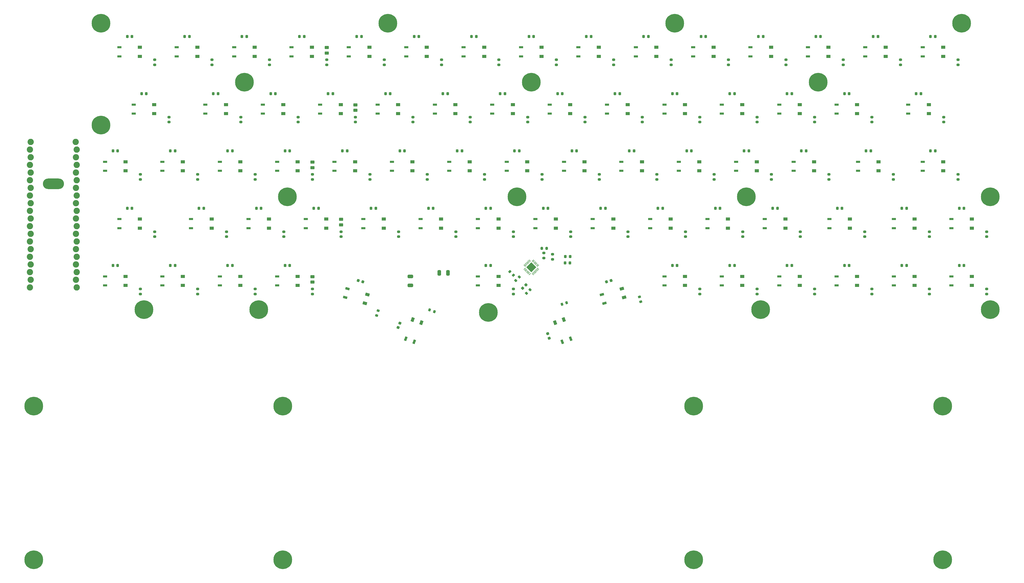
<source format=gts>
G04 #@! TF.GenerationSoftware,KiCad,Pcbnew,(6.0.7-1)-1*
G04 #@! TF.CreationDate,2022-08-16T19:59:20+02:00*
G04 #@! TF.ProjectId,optical-keyboard-mx,6f707469-6361-46c2-9d6b-6579626f6172,rev?*
G04 #@! TF.SameCoordinates,Original*
G04 #@! TF.FileFunction,Soldermask,Top*
G04 #@! TF.FilePolarity,Negative*
%FSLAX46Y46*%
G04 Gerber Fmt 4.6, Leading zero omitted, Abs format (unit mm)*
G04 Created by KiCad (PCBNEW (6.0.7-1)-1) date 2022-08-16 19:59:20*
%MOMM*%
%LPD*%
G01*
G04 APERTURE LIST*
G04 Aperture macros list*
%AMRoundRect*
0 Rectangle with rounded corners*
0 $1 Rounding radius*
0 $2 $3 $4 $5 $6 $7 $8 $9 X,Y pos of 4 corners*
0 Add a 4 corners polygon primitive as box body*
4,1,4,$2,$3,$4,$5,$6,$7,$8,$9,$2,$3,0*
0 Add four circle primitives for the rounded corners*
1,1,$1+$1,$2,$3*
1,1,$1+$1,$4,$5*
1,1,$1+$1,$6,$7*
1,1,$1+$1,$8,$9*
0 Add four rect primitives between the rounded corners*
20,1,$1+$1,$2,$3,$4,$5,0*
20,1,$1+$1,$4,$5,$6,$7,0*
20,1,$1+$1,$6,$7,$8,$9,0*
20,1,$1+$1,$8,$9,$2,$3,0*%
%AMRotRect*
0 Rectangle, with rotation*
0 The origin of the aperture is its center*
0 $1 length*
0 $2 width*
0 $3 Rotation angle, in degrees counterclockwise*
0 Add horizontal line*
21,1,$1,$2,0,0,$3*%
G04 Aperture macros list end*
%ADD10R,1.400000X1.000000*%
%ADD11R,1.400000X0.800000*%
%ADD12RoundRect,0.200000X-0.275000X0.200000X-0.275000X-0.200000X0.275000X-0.200000X0.275000X0.200000X0*%
%ADD13RotRect,0.800000X1.400000X286.000000*%
%ADD14RoundRect,0.200000X0.200000X0.275000X-0.200000X0.275000X-0.200000X-0.275000X0.200000X-0.275000X0*%
%ADD15RoundRect,0.218750X-0.218750X-0.256250X0.218750X-0.256250X0.218750X0.256250X-0.218750X0.256250X0*%
%ADD16C,6.200000*%
%ADD17RotRect,0.800000X1.400000X340.000000*%
%ADD18RoundRect,0.250000X0.450000X-0.262500X0.450000X0.262500X-0.450000X0.262500X-0.450000X-0.262500X0*%
%ADD19RoundRect,0.218750X-0.139644X-0.306619X0.280908X-0.186028X0.139644X0.306619X-0.280908X0.186028X0*%
%ADD20RoundRect,0.200000X0.275000X-0.200000X0.275000X0.200000X-0.275000X0.200000X-0.275000X-0.200000X0*%
%ADD21RoundRect,0.200000X-0.053033X0.335876X-0.335876X0.053033X0.053033X-0.335876X0.335876X-0.053033X0*%
%ADD22RoundRect,0.225000X-0.225000X-0.250000X0.225000X-0.250000X0.225000X0.250000X-0.225000X0.250000X0*%
%ADD23RoundRect,0.218750X0.165979X-0.293200X0.315613X0.117915X-0.165979X0.293200X-0.315613X-0.117915X0*%
%ADD24RoundRect,0.200000X-0.209219X0.268053X-0.319474X-0.116452X0.209219X-0.268053X0.319474X0.116452X0*%
%ADD25RoundRect,0.225000X0.017678X-0.335876X0.335876X-0.017678X-0.017678X0.335876X-0.335876X0.017678X0*%
%ADD26RoundRect,0.200000X-0.319474X0.116452X-0.209219X-0.268053X0.319474X-0.116452X0.209219X0.268053X0*%
%ADD27RoundRect,0.218750X-0.280908X-0.186028X0.139644X-0.306619X0.280908X0.186028X-0.139644X0.306619X0*%
%ADD28RoundRect,0.200000X-0.093883X-0.326819X0.281994X-0.190011X0.093883X0.326819X-0.281994X0.190011X0*%
%ADD29RoundRect,0.200000X0.053033X-0.335876X0.335876X-0.053033X-0.053033X0.335876X-0.335876X0.053033X0*%
%ADD30RoundRect,0.218750X0.315613X-0.117915X0.165979X0.293200X-0.315613X0.117915X-0.165979X-0.293200X0*%
%ADD31RotRect,0.800000X1.400000X20.000000*%
%ADD32RotRect,1.000000X1.400000X200.000000*%
%ADD33RoundRect,0.050000X-0.220971X-0.291682X0.291682X0.220971X0.220971X0.291682X-0.291682X-0.220971X0*%
%ADD34RoundRect,0.050000X0.220971X-0.291682X0.291682X-0.220971X-0.220971X0.291682X-0.291682X0.220971X0*%
%ADD35RotRect,2.300000X2.300000X45.000000*%
%ADD36RotRect,0.800000X1.400000X254.000000*%
%ADD37RotRect,1.000000X1.400000X74.000000*%
%ADD38RotRect,1.000000X1.400000X160.000000*%
%ADD39RoundRect,0.250000X0.325000X0.650000X-0.325000X0.650000X-0.325000X-0.650000X0.325000X-0.650000X0*%
%ADD40RoundRect,0.200000X-0.335876X-0.053033X-0.053033X-0.335876X0.335876X0.053033X0.053033X0.335876X0*%
%ADD41O,7.000000X3.500000*%
%ADD42C,2.082800*%
%ADD43RotRect,1.000000X1.400000X106.000000*%
%ADD44RoundRect,0.200000X-0.281994X-0.190011X0.093883X-0.326819X0.281994X0.190011X-0.093883X0.326819X0*%
%ADD45RoundRect,0.250000X0.650000X-0.325000X0.650000X0.325000X-0.650000X0.325000X-0.650000X-0.325000X0*%
G04 APERTURE END LIST*
D10*
X188650000Y-36500000D03*
X188650000Y-39500000D03*
D11*
X48850000Y-74500000D03*
X48850000Y-77500000D03*
D12*
X250550000Y-40675000D03*
X250550000Y-42325000D03*
D10*
X74650000Y-36500000D03*
X74650000Y-39500000D03*
D13*
X175418254Y-80495274D03*
X176245166Y-83379060D03*
D14*
X157125000Y-65240000D03*
X155475000Y-65240000D03*
D12*
X141300000Y-2675000D03*
X141300000Y-4325000D03*
X226800000Y-78675000D03*
X226800000Y-80325000D03*
X207800000Y-21675000D03*
X207800000Y-23325000D03*
D11*
X44100000Y-17500000D03*
X44100000Y-20500000D03*
D10*
X240900000Y-74500000D03*
X240900000Y-77500000D03*
D15*
X279462500Y-13900000D03*
X281037500Y-13900000D03*
D12*
X22550000Y-78675000D03*
X22550000Y-80325000D03*
D16*
X61750000Y-85500000D03*
D10*
X231400000Y1500000D03*
X231400000Y-1500000D03*
X174400000Y1500000D03*
X174400000Y-1500000D03*
D15*
X32462500Y-70900000D03*
X34037500Y-70900000D03*
D10*
X112650000Y-36500000D03*
X112650000Y-39500000D03*
D17*
X110427593Y-95181925D03*
X113246671Y-96207985D03*
D18*
X84300000Y-412500D03*
X84300000Y1412500D03*
D11*
X243600000Y1500000D03*
X243600000Y-1500000D03*
X224600000Y1500000D03*
X224600000Y-1500000D03*
D15*
X60962500Y-51900000D03*
X62537500Y-51900000D03*
D16*
X57000000Y-10100000D03*
D12*
X127050000Y-59675000D03*
X127050000Y-61325000D03*
D11*
X134350000Y-74500000D03*
X134350000Y-77500000D03*
D10*
X36650000Y-36500000D03*
X36650000Y-39500000D03*
X236150000Y-55500000D03*
X236150000Y-58500000D03*
X193400000Y1500000D03*
X193400000Y-1500000D03*
X46150000Y-55500000D03*
X46150000Y-58500000D03*
X207650000Y-36500000D03*
X207650000Y-39500000D03*
D11*
X272100000Y-55500000D03*
X272100000Y-58500000D03*
D16*
X-12750000Y-168500000D03*
D12*
X262425000Y-59675000D03*
X262425000Y-61325000D03*
D15*
X236712500Y-70900000D03*
X238287500Y-70900000D03*
D16*
X9500000Y-24350000D03*
D11*
X10850000Y-74500000D03*
X10850000Y-77500000D03*
D12*
X70050000Y-59675000D03*
X70050000Y-61325000D03*
D15*
X136962500Y-51900000D03*
X138537500Y-51900000D03*
X222462500Y-32900000D03*
X224037500Y-32900000D03*
X141712500Y-13900000D03*
X143287500Y-13900000D03*
X89462500Y-32900000D03*
X91037500Y-32900000D03*
X193962500Y-51900000D03*
X195537500Y-51900000D03*
D10*
X98400000Y1500000D03*
X98400000Y-1500000D03*
D12*
X103300000Y-2675000D03*
X103300000Y-4325000D03*
D15*
X18212500Y-51900000D03*
X19787500Y-51900000D03*
D12*
X169800000Y-21675000D03*
X169800000Y-23325000D03*
D15*
X170212500Y5100000D03*
X171787500Y5100000D03*
D10*
X117400000Y1500000D03*
X117400000Y-1500000D03*
D12*
X41550000Y-40675000D03*
X41550000Y-42325000D03*
D10*
X278900000Y-74500000D03*
X278900000Y-77500000D03*
D15*
X56212500Y5100000D03*
X57787500Y5100000D03*
D11*
X77350000Y-55500000D03*
X77350000Y-58500000D03*
D15*
X255712500Y-13900000D03*
X257287500Y-13900000D03*
D12*
X89050000Y-59675000D03*
X89050000Y-61325000D03*
D16*
X205750000Y-168500000D03*
D11*
X196100000Y-17500000D03*
X196100000Y-20500000D03*
D10*
X217150000Y-55500000D03*
X217150000Y-58500000D03*
D12*
X188800000Y-21675000D03*
X188800000Y-23325000D03*
D10*
X267024999Y-36500000D03*
X267024999Y-39500000D03*
D16*
X23750000Y-85500000D03*
D15*
X246212500Y5100000D03*
X247787500Y5100000D03*
D10*
X27150000Y-17500000D03*
X27150000Y-20500000D03*
D19*
X176937255Y-76314629D03*
X178451243Y-75880501D03*
D16*
X152000000Y-10100000D03*
X69750000Y-168500000D03*
D15*
X70462500Y-32900000D03*
X72037500Y-32900000D03*
X79962500Y-51900000D03*
X81537500Y-51900000D03*
D11*
X101100000Y-17500000D03*
X101100000Y-20500000D03*
D15*
X13462500Y-32900000D03*
X15037500Y-32900000D03*
D12*
X146050000Y-78675000D03*
X146050000Y-80325000D03*
D16*
X304000000Y-48100000D03*
D10*
X202900000Y-74500000D03*
X202900000Y-77500000D03*
D11*
X91600000Y1500000D03*
X91600000Y-1500000D03*
D12*
X165050000Y-59675000D03*
X165050000Y-61325000D03*
D10*
X145900000Y-17500000D03*
X145900000Y-20500000D03*
D11*
X67850000Y-36500000D03*
X67850000Y-39500000D03*
D15*
X13462500Y-70900000D03*
X15037500Y-70900000D03*
D10*
X164900000Y-17500000D03*
X164900000Y-20500000D03*
D20*
X156200000Y-68395000D03*
X156200000Y-66745000D03*
D10*
X283650000Y-17500000D03*
X283650000Y-20500000D03*
D16*
X223250000Y-48100000D03*
D15*
X84712500Y-13900000D03*
X86287500Y-13900000D03*
D11*
X250725000Y-55500000D03*
X250725000Y-58500000D03*
D12*
X212550000Y-40675000D03*
X212550000Y-42325000D03*
D10*
X60400000Y1500000D03*
X60400000Y-1500000D03*
D11*
X276850000Y-17500000D03*
X276850000Y-20500000D03*
D10*
X55650000Y-36500000D03*
X55650000Y-39500000D03*
D15*
X65712500Y-13900000D03*
X67287500Y-13900000D03*
D10*
X221900000Y-74500000D03*
X221900000Y-77500000D03*
D15*
X151212500Y5100000D03*
X152787500Y5100000D03*
D12*
X79550000Y-40675000D03*
X79550000Y-42325000D03*
D11*
X10850000Y-36500000D03*
X10850000Y-39500000D03*
D12*
X79550000Y-78675000D03*
X79550000Y-80325000D03*
D15*
X274712500Y-51900000D03*
X276287500Y-51900000D03*
X174962500Y-51900000D03*
X176537500Y-51900000D03*
D10*
X79400000Y1500000D03*
X79400000Y-1500000D03*
D11*
X72600000Y1500000D03*
X72600000Y-1500000D03*
D12*
X283800000Y-78675000D03*
X283800000Y-80325000D03*
D11*
X105850000Y-36500000D03*
X105850000Y-39500000D03*
X158100000Y-17500000D03*
X158100000Y-20500000D03*
D10*
X74650000Y-74500000D03*
X74650000Y-77500000D03*
D11*
X124850000Y-36500000D03*
X124850000Y-39500000D03*
D12*
X65300000Y-2675000D03*
X65300000Y-4325000D03*
D16*
X294500000Y9500000D03*
D15*
X70462500Y-70900000D03*
X72037500Y-70900000D03*
X255712500Y-70900000D03*
X257287500Y-70900000D03*
D11*
X191350000Y-55500000D03*
X191350000Y-58500000D03*
D12*
X122300000Y-2675000D03*
X122300000Y-4325000D03*
X236300000Y-2675000D03*
X236300000Y-4325000D03*
X245800000Y-78675000D03*
X245800000Y-80325000D03*
D15*
X51462500Y-32900000D03*
X53037500Y-32900000D03*
X98962500Y-51900000D03*
X100537500Y-51900000D03*
X113212500Y5100000D03*
X114787500Y5100000D03*
X189212500Y5100000D03*
X190787500Y5100000D03*
D16*
X288250000Y-117500000D03*
D18*
X79550000Y-76412500D03*
X79550000Y-74587500D03*
D10*
X240900000Y-17500000D03*
X240900000Y-20500000D03*
D11*
X34600000Y1500000D03*
X34600000Y-1500000D03*
D15*
X179712500Y-13900000D03*
X181287500Y-13900000D03*
D11*
X215100000Y-17500000D03*
X215100000Y-20500000D03*
D15*
X236712500Y-13900000D03*
X238287500Y-13900000D03*
D12*
X46300000Y-2675000D03*
X46300000Y-4325000D03*
D15*
X127462500Y-32900000D03*
X129037500Y-32900000D03*
X132212500Y5100000D03*
X133787500Y5100000D03*
D11*
X181850000Y-36500000D03*
X181850000Y-39500000D03*
D12*
X112800000Y-21675000D03*
X112800000Y-23325000D03*
D10*
X22400000Y-55500000D03*
X22400000Y-58500000D03*
D12*
X55800000Y-21675000D03*
X55800000Y-23325000D03*
D11*
X215100000Y-74500000D03*
X215100000Y-77500000D03*
D16*
X147250000Y-48100000D03*
D10*
X136400000Y1500000D03*
X136400000Y-1500000D03*
X88900000Y-17500000D03*
X88900000Y-20500000D03*
D15*
X184462500Y-32900000D03*
X186037500Y-32900000D03*
D12*
X203050000Y-59675000D03*
X203050000Y-61325000D03*
D10*
X93650000Y-36500000D03*
X93650000Y-39500000D03*
D11*
X253100000Y-74500000D03*
X253100000Y-77500000D03*
D15*
X265212500Y5100000D03*
X266787500Y5100000D03*
D11*
X272100000Y-74500000D03*
X272100000Y-77500000D03*
D15*
X75212500Y5100000D03*
X76787500Y5100000D03*
D12*
X217300000Y-2675000D03*
X217300000Y-4325000D03*
X60550000Y-40675000D03*
X60550000Y-42325000D03*
D15*
X32462500Y-32900000D03*
X34037500Y-32900000D03*
X284212500Y-32900000D03*
X285787500Y-32900000D03*
D12*
X288550000Y-21675000D03*
X288550000Y-23325000D03*
D15*
X46712500Y-13900000D03*
X48287500Y-13900000D03*
D12*
X131800000Y-21675000D03*
X131800000Y-23325000D03*
D15*
X203462500Y-32900000D03*
X205037500Y-32900000D03*
X262837500Y-32900000D03*
X264412500Y-32900000D03*
D10*
X50900000Y-17500000D03*
X50900000Y-20500000D03*
D16*
X69750000Y-117500000D03*
D11*
X167600000Y1500000D03*
X167600000Y-1500000D03*
D12*
X74800000Y-21675000D03*
X74800000Y-23325000D03*
D15*
X208212500Y5100000D03*
X209787500Y5100000D03*
X241462500Y-32900000D03*
X243037500Y-32900000D03*
D10*
X297900000Y-74500000D03*
X297900000Y-77500000D03*
D11*
X110600000Y1500000D03*
X110600000Y-1500000D03*
X234100000Y-17500000D03*
X234100000Y-20500000D03*
X281600000Y1500000D03*
X281600000Y-1500000D03*
D15*
X122712500Y-13900000D03*
X124287500Y-13900000D03*
X227212500Y5100000D03*
X228787500Y5100000D03*
D16*
X71250000Y-48100000D03*
D12*
X41550000Y-78675000D03*
X41550000Y-80325000D03*
D10*
X41400000Y1500000D03*
X41400000Y-1500000D03*
D21*
X151563363Y-78906637D03*
X150396637Y-80073363D03*
D10*
X155400000Y1500000D03*
X155400000Y-1500000D03*
D12*
X27300000Y-2675000D03*
X27300000Y-4325000D03*
D10*
X84150000Y-55500000D03*
X84150000Y-58500000D03*
D11*
X238850000Y-36500000D03*
X238850000Y-39500000D03*
D15*
X103712500Y-13900000D03*
X105287500Y-13900000D03*
D12*
X264800000Y-78675000D03*
X264800000Y-80325000D03*
D10*
X160150000Y-55500000D03*
X160150000Y-58500000D03*
D11*
X281600000Y-36500000D03*
X281600000Y-39500000D03*
D22*
X163225000Y-70000000D03*
X164775000Y-70000000D03*
D15*
X293712500Y-51900000D03*
X295287500Y-51900000D03*
X160712500Y-13900000D03*
X162287500Y-13900000D03*
D16*
X304000000Y-85500000D03*
D22*
X163295000Y-67920000D03*
X164845000Y-67920000D03*
D10*
X22400000Y1500000D03*
X22400000Y-1500000D03*
D11*
X96350000Y-55500000D03*
X96350000Y-58500000D03*
D12*
X283800000Y-59675000D03*
X283800000Y-61325000D03*
X198300000Y-2675000D03*
X198300000Y-4325000D03*
D10*
X141150000Y-74500000D03*
X141150000Y-77500000D03*
D11*
X139100000Y-17500000D03*
X139100000Y-20500000D03*
D12*
X274300000Y-2675000D03*
X274300000Y-4325000D03*
D10*
X65150000Y-55500000D03*
X65150000Y-58500000D03*
D15*
X165462500Y-32900000D03*
X167037500Y-32900000D03*
D10*
X141150000Y-55500000D03*
X141150000Y-58500000D03*
D12*
X245800000Y-21675000D03*
X245800000Y-23325000D03*
D11*
X210350000Y-55500000D03*
X210350000Y-58500000D03*
D23*
X107938227Y-91495705D03*
X108476909Y-90015689D03*
D12*
X93800000Y-21675000D03*
X93800000Y-23325000D03*
D10*
X202900000Y-17500000D03*
X202900000Y-20500000D03*
D11*
X115350000Y-55500000D03*
X115350000Y-58500000D03*
D12*
X51050000Y-59675000D03*
X51050000Y-61325000D03*
D15*
X18212500Y5100000D03*
X19787500Y5100000D03*
D24*
X101266142Y-85859165D03*
X100811340Y-87445247D03*
D12*
X271925000Y-40675000D03*
X271925000Y-42325000D03*
D15*
X37212500Y5100000D03*
X38787500Y5100000D03*
D10*
X212400000Y1500000D03*
X212400000Y-1500000D03*
D15*
X253337500Y-51900000D03*
X254912500Y-51900000D03*
D11*
X129600000Y1500000D03*
X129600000Y-1500000D03*
D10*
X250400000Y1500000D03*
X250400000Y-1500000D03*
D25*
X149121992Y-78438008D03*
X150218008Y-77341992D03*
D12*
X241050000Y-59675000D03*
X241050000Y-61325000D03*
D18*
X79550000Y-38412500D03*
X79550000Y-36587500D03*
D16*
X104500000Y9500000D03*
D11*
X48850000Y-36500000D03*
X48850000Y-39500000D03*
D10*
X221900000Y-17500000D03*
X221900000Y-20500000D03*
D11*
X67850000Y-74500000D03*
X67850000Y-77500000D03*
D10*
X122150000Y-55500000D03*
X122150000Y-58500000D03*
X259899999Y-17500000D03*
X259899999Y-20500000D03*
D12*
X293300000Y-40675000D03*
X293300000Y-42325000D03*
D10*
X259899999Y-74500000D03*
X259899999Y-77500000D03*
D11*
X177100000Y-17500000D03*
X177100000Y-20500000D03*
D26*
X187815802Y-81283585D03*
X188270604Y-82869667D03*
D11*
X196100000Y-74500000D03*
X196100000Y-77500000D03*
D10*
X288400000Y1500000D03*
X288400000Y-1500000D03*
X288400000Y-36500000D03*
X288400000Y-39500000D03*
D12*
X84300000Y-2675000D03*
X84300000Y-4325000D03*
D16*
X247000000Y-10100000D03*
D12*
X150800000Y-21675000D03*
X150800000Y-23325000D03*
D16*
X137750000Y-86500000D03*
D11*
X15600000Y1500000D03*
X15600000Y-1500000D03*
D15*
X274712500Y-70900000D03*
X276287500Y-70900000D03*
D16*
X-12750000Y-117500000D03*
D12*
X98550000Y-40675000D03*
X98550000Y-42325000D03*
X184050000Y-59675000D03*
X184050000Y-61325000D03*
X155550000Y-40675000D03*
X155550000Y-42325000D03*
X222050000Y-59675000D03*
X222050000Y-61325000D03*
D15*
X198712500Y-13900000D03*
X200287500Y-13900000D03*
D11*
X63100000Y-17500000D03*
X63100000Y-20500000D03*
D15*
X231962500Y-51900000D03*
X233537500Y-51900000D03*
D27*
X94673757Y-75880501D03*
X96187745Y-76314629D03*
D28*
X162174911Y-83785648D03*
X163725403Y-83221314D03*
D11*
X234100000Y-74500000D03*
X234100000Y-77500000D03*
D10*
X169650000Y-36500000D03*
X169650000Y-39500000D03*
D11*
X134350000Y-55500000D03*
X134350000Y-58500000D03*
D10*
X55650000Y-74500000D03*
X55650000Y-77500000D03*
D11*
X260225000Y-36500000D03*
X260225000Y-39500000D03*
D10*
X17650000Y-36500000D03*
X17650000Y-39500000D03*
D11*
X148600000Y1500000D03*
X148600000Y-1500000D03*
D10*
X297900000Y-55500000D03*
X297900000Y-58500000D03*
D12*
X293300000Y-2675000D03*
X293300000Y-4325000D03*
D10*
X245650000Y-36500000D03*
X245650000Y-39500000D03*
D16*
X205750000Y-117500000D03*
D10*
X278900000Y-55500000D03*
X278900000Y-58500000D03*
D16*
X199500000Y9500000D03*
D15*
X117962500Y-51900000D03*
X119537500Y-51900000D03*
D10*
X226650000Y-36500000D03*
X226650000Y-39500000D03*
D12*
X193550000Y-40675000D03*
X193550000Y-42325000D03*
D11*
X143850000Y-36500000D03*
X143850000Y-39500000D03*
X200850000Y-36500000D03*
X200850000Y-39500000D03*
D29*
X146856637Y-75893363D03*
X148023363Y-74726637D03*
D11*
X58350000Y-55500000D03*
X58350000Y-58500000D03*
D12*
X136550000Y-40675000D03*
X136550000Y-42325000D03*
D30*
X157976909Y-94984311D03*
X157438227Y-93504295D03*
D10*
X126900000Y-17500000D03*
X126900000Y-20500000D03*
D15*
X136962500Y-70900000D03*
X138537500Y-70900000D03*
D11*
X291100000Y-74500000D03*
X291100000Y-77500000D03*
D10*
X183900000Y-17500000D03*
X183900000Y-20500000D03*
X103150000Y-55500000D03*
X103150000Y-58500000D03*
D11*
X15600000Y-55500000D03*
X15600000Y-58500000D03*
D10*
X131650000Y-36500000D03*
X131650000Y-39500000D03*
D12*
X231550000Y-40675000D03*
X231550000Y-42325000D03*
X160300000Y-2675000D03*
X160300000Y-4325000D03*
D31*
X162253329Y-96207985D03*
X165072407Y-95181925D03*
D15*
X293712500Y-70900000D03*
X295287500Y-70900000D03*
D16*
X9500000Y9500000D03*
D10*
X198150000Y-55500000D03*
X198150000Y-58500000D03*
D32*
X159927593Y-89818075D03*
X162746671Y-88792015D03*
D11*
X162850000Y-36500000D03*
X162850000Y-39500000D03*
D12*
X22550000Y-40675000D03*
X22550000Y-42325000D03*
D10*
X150650000Y-36500000D03*
X150650000Y-39500000D03*
D11*
X253100000Y-17500000D03*
X253100000Y-20500000D03*
D12*
X264800000Y-21675000D03*
X264800000Y-23325000D03*
D15*
X22962500Y-13900000D03*
X24537500Y-13900000D03*
D11*
X262600000Y1500000D03*
X262600000Y-1500000D03*
D12*
X174550000Y-40675000D03*
X174550000Y-42325000D03*
X179300000Y-2675000D03*
X179300000Y-4325000D03*
D10*
X17650000Y-74500000D03*
X17650000Y-77500000D03*
D33*
X149781452Y-72021491D03*
X150064295Y-72304334D03*
X150347138Y-72587177D03*
X150629981Y-72870019D03*
X150912823Y-73152862D03*
X151195666Y-73435705D03*
X151478509Y-73718548D03*
D34*
X152521491Y-73718548D03*
X152804334Y-73435705D03*
X153087177Y-73152862D03*
X153370019Y-72870019D03*
X153652862Y-72587177D03*
X153935705Y-72304334D03*
X154218548Y-72021491D03*
D33*
X154218548Y-70978509D03*
X153935705Y-70695666D03*
X153652862Y-70412823D03*
X153370019Y-70129981D03*
X153087177Y-69847138D03*
X152804334Y-69564295D03*
X152521491Y-69281452D03*
D34*
X151478509Y-69281452D03*
X151195666Y-69564295D03*
X150912823Y-69847138D03*
X150629981Y-70129981D03*
X150347138Y-70412823D03*
X150064295Y-70695666D03*
X149781452Y-70978509D03*
D35*
X152000000Y-71500000D03*
D12*
X27300000Y-59675000D03*
X27300000Y-61325000D03*
D15*
X217712500Y-13900000D03*
X219287500Y-13900000D03*
D16*
X288250000Y-168500000D03*
D15*
X146462500Y-32900000D03*
X148037500Y-32900000D03*
D11*
X186600000Y1500000D03*
X186600000Y-1500000D03*
D15*
X217712500Y-70900000D03*
X219287500Y-70900000D03*
D11*
X86850000Y-36500000D03*
X86850000Y-39500000D03*
D36*
X91170166Y-78620940D03*
X90343254Y-81504726D03*
D11*
X153350000Y-55500000D03*
X153350000Y-58500000D03*
X120100000Y-17500000D03*
X120100000Y-20500000D03*
D37*
X97706746Y-80495274D03*
X96879834Y-83379060D03*
D15*
X41962500Y-51900000D03*
X43537500Y-51900000D03*
D38*
X112753329Y-88792015D03*
X115572407Y-89818075D03*
D12*
X108050000Y-59675000D03*
X108050000Y-61325000D03*
D11*
X20350000Y-17500000D03*
X20350000Y-20500000D03*
D10*
X269400000Y1500000D03*
X269400000Y-1500000D03*
D15*
X51462500Y-70900000D03*
X53037500Y-70900000D03*
D11*
X29850000Y-36500000D03*
X29850000Y-39500000D03*
D39*
X124445000Y-73370000D03*
X121495000Y-73370000D03*
D40*
X144926637Y-72906637D03*
X146093363Y-74073363D03*
D41*
X-6250000Y-43750000D03*
D42*
X1150000Y-29900000D03*
X1497000Y-32440000D03*
X1243000Y-34980000D03*
X1497000Y-37520000D03*
X1243000Y-40060000D03*
X1497000Y-42600000D03*
X1243000Y-45140000D03*
X1497000Y-47680000D03*
X1243000Y-50220000D03*
X1497000Y-52760000D03*
X1243000Y-55300000D03*
X1497000Y-57840000D03*
X1243000Y-60380000D03*
X1497000Y-62920000D03*
X1243000Y-65460000D03*
X1497000Y-68000000D03*
X1243000Y-70540000D03*
X1497000Y-73080000D03*
X1243000Y-75620000D03*
X1497000Y-78160000D03*
X-13997000Y-78160000D03*
X-13743000Y-75620000D03*
X-13997000Y-73080000D03*
X-13743000Y-70540000D03*
X-13997000Y-68000000D03*
X-13743000Y-65460000D03*
X-13997000Y-62920000D03*
X-13743000Y-60380000D03*
X-13997000Y-57840000D03*
X-13743000Y-55300000D03*
X-13997000Y-52760000D03*
X-13743000Y-50220000D03*
X-13997000Y-47680000D03*
X-13743000Y-45140000D03*
X-13997000Y-42600000D03*
X-13743000Y-40060000D03*
X-13997000Y-37520000D03*
X-13743000Y-34980000D03*
X-13997000Y-32440000D03*
X-13750000Y-29900000D03*
D15*
X284212500Y5100000D03*
X285787500Y5100000D03*
D11*
X291100000Y-55500000D03*
X291100000Y-58500000D03*
X205600000Y1500000D03*
X205600000Y-1500000D03*
D12*
X255300000Y-2675000D03*
X255300000Y-4325000D03*
X226800000Y-21675000D03*
X226800000Y-23325000D03*
D11*
X53600000Y1500000D03*
X53600000Y-1500000D03*
D15*
X155962500Y-51900000D03*
X157537500Y-51900000D03*
D12*
X146050000Y-59675000D03*
X146050000Y-61325000D03*
D10*
X107900000Y-17500000D03*
X107900000Y-20500000D03*
D43*
X181954834Y-78620940D03*
X182781746Y-81504726D03*
D11*
X172350000Y-55500000D03*
X172350000Y-58500000D03*
D15*
X198712500Y-70900000D03*
X200287500Y-70900000D03*
D12*
X302800000Y-59675000D03*
X302800000Y-61325000D03*
D11*
X82100000Y-17500000D03*
X82100000Y-20500000D03*
D18*
X93800000Y-19412500D03*
X93800000Y-17587500D03*
D11*
X219850000Y-36500000D03*
X219850000Y-39500000D03*
X39350000Y-55500000D03*
X39350000Y-58500000D03*
D44*
X118352445Y-85615455D03*
X119902937Y-86179789D03*
D10*
X69900000Y-17500000D03*
X69900000Y-20500000D03*
D11*
X29850000Y-74500000D03*
X29850000Y-77500000D03*
D12*
X60550000Y-78675000D03*
X60550000Y-80325000D03*
D16*
X228000000Y-85500000D03*
D12*
X117550000Y-40675000D03*
X117550000Y-42325000D03*
X32049999Y-21675000D03*
X32049999Y-23325000D03*
D18*
X89050000Y-57412500D03*
X89050000Y-55587500D03*
D45*
X112000000Y-77475000D03*
X112000000Y-74525000D03*
D10*
X257524999Y-55500000D03*
X257524999Y-58500000D03*
D11*
X229350000Y-55500000D03*
X229350000Y-58500000D03*
D15*
X108462500Y-32900000D03*
X110037500Y-32900000D03*
D12*
X207800000Y-78675000D03*
X207800000Y-80325000D03*
X159060000Y-67195000D03*
X159060000Y-68845000D03*
D15*
X94212500Y5100000D03*
X95787500Y5100000D03*
X212962500Y-51900000D03*
X214537500Y-51900000D03*
D10*
X36650000Y-74500000D03*
X36650000Y-77500000D03*
D12*
X302800000Y-78675000D03*
X302800000Y-80325000D03*
D10*
X179150000Y-55500000D03*
X179150000Y-58500000D03*
M02*

</source>
